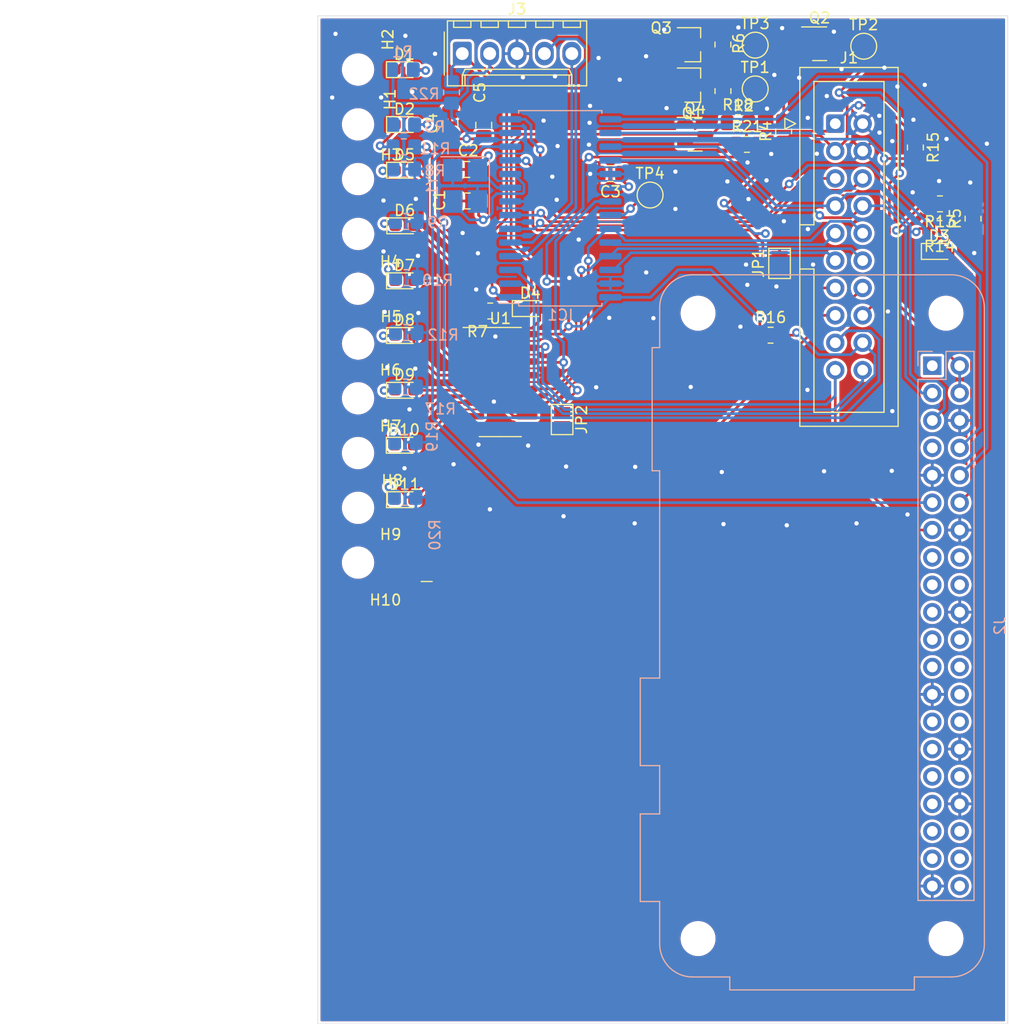
<source format=kicad_pcb>
(kicad_pcb (version 20211014) (generator pcbnew)
  (layers (0 "F.Cu" signal) (31 "B.Cu" signal) (34 "B.Paste" user) (35 "F.Paste" user) (36 "B.SilkS" user "B.Silkscreen") (37 "F.SilkS" user "F.Silkscreen") (38 "B.Mask" user) (39 "F.Mask" user) (44 "Edge.Cuts" user))
  (net 0 "")
  (net 1 "0")
  (net 2 "+3V3")
  (net 3 "Net-(D1-Pad2)")
  (net 4 "Net-(D1-Pad1)")
  (net 5 "Net-(D2-Pad2)")
  (net 6 "/Backplane/HBEAT")
  (net 7 "Net-(D3-Pad1)")
  (net 8 "Net-(D4-Pad1)")
  (net 9 "Net-(D5-Pad1)")
  (net 10 "Net-(D6-Pad1)")
  (net 11 "Net-(D7-Pad1)")
  (net 12 "Net-(D8-Pad1)")
  (net 13 "Net-(D9-Pad1)")
  (net 14 "Net-(D10-Pad1)")
  (net 15 "Net-(D11-Pad1)")
  (net 16 "/Backplane/SDA")
  (net 17 "/Backplane/SCL")
  (net 18 "/Backplane/IRQ")
  (net 19 "/Backplane/LATO")
  (net 20 "/Backplane/CKO")
  (net 21 "/Backplane/ID_RET")
  (net 22 "/Backplane/RESET")
  (net 23 "/Backplane/DA_IRET")
  (net 24 "/Backplane/LATI")
  (net 25 "/Backplane/CKI")
  (net 26 "+5V")
  (net 27 "/Backplane/OUT_DO")
  (net 28 "/Backplane/IN_DO")
  (net 29 "Net-(Q1-Pad2)")
  (net 30 "Net-(Q1-Pad1)")
  (net 31 "Net-(Q2-Pad2)")
  (net 32 "Net-(Q3-Pad2)")
  (net 33 "/Processing/ICD")
  (net 34 "/Processing/ICC")
  (net 35 "/Processing/MCL")
  (net 36 "/Processing/OSCO")
  (net 37 "/Processing/OSCI")
  (net 38 "Net-(C3-Pad1)")
  (net 39 "Net-(D2-Pad1)")
  (net 40 "Net-(D5-Pad2)")
  (net 41 "Net-(D6-Pad2)")
  (net 42 "Net-(D7-Pad2)")
  (net 43 "Net-(D8-Pad2)")
  (net 44 "Net-(D9-Pad2)")
  (net 45 "Net-(D10-Pad2)")
  (net 46 "Net-(D11-Pad2)")
  (net 47 "/Backplane/EOL")
  (net 48 "/Backplane/mRX")
  (net 49 "/Backplane/mTX")
  (net 50 "/Pi/PI_IO")
  (net 51 "/Pi/PI_TX")
  (net 52 "/Pi/PI_RX")
  (net 53 "/Processing/DO")
  (net 54 "/Processing/DI")
  (net 57 "/Pi/PI_HBEAT")
  (net 79 "Net-(Q2-Pad1)")
  (net 80 "Net-(Q4-Pad2)")
  (net 81 "Net-(Q4-Pad3)")
  (net 82 "+24V")
  (footprint "Capacitor_SMD:C_0805_2012Metric_Pad1.18x1.45mm_HandSolder" (layer "F.Cu") (at 136.87 41.67 180)
    (fp_text reference "C1")
    (fp_text value "C")
  )
  (footprint "Capacitor_SMD:C_0805_2012Metric_Pad1.18x1.45mm_HandSolder" (layer "F.Cu") (at 136.83 38.75 180)
    (fp_text reference "C2")
    (fp_text value "C")
  )
  (footprint "Capacitor_SMD:C_0805_2012Metric_Pad1.18x1.45mm_HandSolder" (layer "F.Cu") (at 135.25 34.4775 90)
    (fp_text reference "C4")
    (fp_text value "C")
  )
  (footprint "Capacitor_SMD:C_0805_2012Metric_Pad1.18x1.45mm_HandSolder" (layer "F.Cu") (at 138.39 34.6325 90)
    (fp_text reference "C5")
    (fp_text value "C")
  )
  (footprint "LED_SMD:LED_0603_1608Metric_Pad1.05x0.95mm_HandSolder" (layer "F.Cu") (at 131.0275 29.49)
    (fp_text reference "D1")
    (fp_text value "LED")
  )
  (footprint "LED_SMD:LED_0603_1608Metric_Pad1.05x0.95mm_HandSolder" (layer "F.Cu") (at 131.0375 34.58)
    (fp_text reference "D2")
    (fp_text value "LED")
  )
  (footprint "LED_SMD:LED_0603_1608Metric_Pad1.05x0.95mm_HandSolder" (layer "F.Cu") (at 142.705 51.65)
    (fp_text reference "D4")
    (fp_text value "LED")
  )
  (footprint "LED_SMD:LED_0603_1608Metric_Pad1.05x0.95mm_HandSolder" (layer "F.Cu") (at 131.0625 43.975)
    (fp_text reference "D6")
    (fp_text value "LED")
  )
  (footprint "LED_SMD:LED_0603_1608Metric_Pad1.05x0.95mm_HandSolder" (layer "F.Cu") (at 131.0375 49.075)
    (fp_text reference "D7")
    (fp_text value "LED")
  )
  (footprint "LED_SMD:LED_0603_1608Metric_Pad1.05x0.95mm_HandSolder" (layer "F.Cu") (at 131.0125 64.325)
    (fp_text reference "D10")
    (fp_text value "LED")
  )
  (footprint "LED_SMD:LED_0603_1608Metric_Pad1.05x0.95mm_HandSolder" (layer "F.Cu") (at 131.0375 69.375)
    (fp_text reference "D11")
    (fp_text value "LED")
  )
  (footprint "Connector_Molex:Molex_KK-254_AE-6410-05A_1x05_P2.54mm_Vertical" (layer "F.Cu") (at 136.398 28)
    (fp_text reference "J3")
    (fp_text value "ICSP")
  )
  (footprint "Connector_IDC:IDC-Header_2x10_P2.54mm_Vertical" (layer "F.Cu") (at 171 34.5)
    (fp_text reference "J1")
    (fp_text value "Conn_02x10_Odd_Even")
  )
  (footprint "Package_TO_SOT_SMD:SOT-23" (layer "F.Cu") (at 157.75 30.922)
    (fp_text reference "Q1")
    (fp_text value "Q_NPN_EBC")
  )
  (footprint "Package_TO_SOT_SMD:SOT-23" (layer "F.Cu") (at 157.75 27.178)
    (fp_text reference "Q3")
    (fp_text value "Q_NPN_EBC")
  )
  (footprint "Resistor_SMD:R_0805_2012Metric_Pad1.20x1.40mm_HandSolder" (layer "F.Cu") (at 160.58 31.48 -90)
    (fp_text reference "R2")
    (fp_text value "R")
  )
  (footprint "Resistor_SMD:R_0805_2012Metric_Pad1.20x1.40mm_HandSolder" (layer "F.Cu") (at 160.574533 27.164 90)
    (fp_text reference "R6")
    (fp_text value "R")
  )
  (footprint "Resistor_SMD:R_0805_2012Metric_Pad1.20x1.40mm_HandSolder" (layer "F.Cu") (at 138.9925 51.875 180)
    (fp_text reference "R7")
    (fp_text value "R")
  )
  (footprint "TestPoint:TestPoint_Pad_D2.0mm" (layer "F.Cu") (at 163.57 31.28)
    (fp_text reference "TP1")
    (fp_text value "TestPoint")
  )
  (footprint "TestPoint:TestPoint_Pad_D2.0mm" (layer "F.Cu") (at 173.64 27.32)
    (fp_text reference "TP2")
    (fp_text value "TestPoint")
  )
  (footprint "LED_SMD:LED_0603_1608Metric_Pad1.05x0.95mm_HandSolder" (layer "F.Cu") (at 131.04 38.815)
    (fp_text reference "D5")
    (fp_text value "LED")
  )
  (footprint "MountingHole:MountingHole_2.5mm" (layer "F.Cu") (at 126.73 29.48)
    (fp_text reference "H2")
    (fp_text value "MountingHole")
  )
  (footprint "MountingHole:MountingHole_2.5mm" (layer "F.Cu") (at 126.73 34.57)
    (fp_text reference "H1")
    (fp_text value "MountingHole")
  )
  (footprint "MountingHole:MountingHole_2.5mm" (layer "F.Cu") (at 126.73 39.64)
    (fp_text reference "H3")
    (fp_text value "MountingHole")
  )
  (footprint "MountingHole:MountingHole_2.5mm" (layer "F.Cu") (at 126.74 44.73)
    (fp_text reference "H4")
    (fp_text value "MountingHole")
  )
  (footprint "MountingHole:MountingHole_2.5mm" (layer "F.Cu") (at 126.74 54.89)
    (fp_text reference "H6")
    (fp_text value "MountingHole")
  )
  (footprint "MountingHole:MountingHole_2.5mm" (layer "F.Cu") (at 126.73 70.13)
    (fp_text reference "H9")
    (fp_text value "MountingHole")
  )
  (footprint "MountingHole:MountingHole_2.5mm" (layer "F.Cu") (at 126.73 75.21)
    (fp_text reference "H10")
    (fp_text value "MountingHole")
  )
  (footprint "MountingHole:MountingHole_2.5mm" (layer "F.Cu") (at 126.73 49.81)
    (fp_text reference "H5")
    (fp_text value "MountingHole")
  )
  (footprint "MountingHole:MountingHole_2.5mm" (layer "F.Cu") (at 126.73 65.05)
    (fp_text reference "H8")
    (fp_text value "MountingHole")
  )
  (footprint "MountingHole:MountingHole_2.5mm" (layer "F.Cu") (at 126.73 59.97)
    (fp_text reference "H7")
    (fp_text value "MountingHole")
  )
  (footprint "LED_SMD:LED_0603_1608Metric_Pad1.05x0.95mm_HandSolder" (layer "F.Cu") (at 131.04 59.229533)
    (fp_text reference "D9")
    (fp_text value "LED")
  )
  (footprint "LED_SMD:LED_0603_1608Metric_Pad1.05x0.95mm_HandSolder" (layer "F.Cu") (at 131.0375 54.15)
    (fp_text reference "D8")
    (fp_text value "LED")
  )
  (footprint "Resistor_SMD:R_0805_2012Metric_Pad1.20x1.40mm_HandSolder" (layer "F.Cu") (at 183.78 43.31 90)
    (fp_text reference "R5")
    (fp_text value "R")
  )
  (footprint "LED_SMD:LED_0603_1608Metric_Pad1.05x0.95mm_HandSolder" (layer "F.Cu") (at 180.645 46.35)
    (fp_text reference "D3")
    (fp_text value "LED")
  )
  (footprint "TestPoint:TestPoint_Pad_D2.0mm" (layer "F.Cu") (at 163.57 27.22)
    (fp_text reference "TP3")
    (fp_text value "TestPoint")
  )
  (footprint "Resistor_SMD:R_0805_2012Metric_Pad1.20x1.40mm_HandSolder" (layer "F.Cu") (at 162.8 36.42)
    (fp_text reference "R21")
    (fp_text value "R")
  )
  (footprint "Resistor_SMD:R_0805_2012Metric_Pad1.20x1.40mm_HandSolder" (layer "F.Cu") (at 165 54.12)
    (fp_text reference "R16")
    (fp_text value "R")
  )
  (footprint "Package_TO_SOT_SMD:SOT-23" (layer "F.Cu") (at 158.0025 35.48)
    (fp_text reference "Q4")
    (fp_text value "Q_NPN_EBC")
  )
  (footprint "TestPoint:TestPoint_Pad_D2.0mm" (layer "F.Cu") (at 153.82 41.12)
    (fp_text reference "TP4")
    (fp_text value "DI")
  )
  (footprint "Resistor_SMD:R_0805_2012Metric_Pad1.20x1.40mm_HandSolder" (layer "F.Cu") (at 180.71 41.94 180)
    (fp_text reference "R13")
    (fp_text value "R")
  )
  (footprint "Jumper:SolderJumper-2_P1.3mm_Open_Pad1.0x1.5mm" (layer "F.Cu") (at 165.83 47.46 -90)
    (fp_text reference "JP1")
    (fp_text value "PD_II")
  )
  (footprint "Capacitor_SMD:C_0805_2012Metric_Pad1.18x1.45mm_HandSolder" (layer "F.Cu") (at 150.1375 39.13 180)
    (fp_text reference "C3")
    (fp_text value "C")
  )
  (footprint "Resistor_SMD:R_0805_2012Metric_Pad1.20x1.40mm_HandSolder" (layer "F.Cu") (at 180.67 44.23 180)
    (fp_text reference "R14")
    (fp_text value "R")
  )
  (footprint "Resistor_SMD:R_0805_2012Metric_Pad1.20x1.40mm_HandSolder" (layer "F.Cu") (at 178.43 36.71 -90)
    (fp_text reference "R15")
    (fp_text value "R")
  )
  (footprint "Resistor_SMD:R_0805_2012Metric_Pad1.20x1.40mm_HandSolder" (layer "F.Cu") (at 166.21 35.21 90)
    (fp_text reference "R4")
    (fp_text value "R")
  )
  (footprint "Package_TO_SOT_SMD:SOT-23" (layer "F.Cu") (at 169.5525 27.09)
    (fp_text reference "Q2")
    (fp_text value "Q_NPN_EBC")
  )
  (footprint "Package_SO:SOIC-16_3.9x9.9mm_P1.27mm" (layer "F.Cu") (at 139.925 58.465)
    (fp_text reference "U1")
    (fp_text value "74HC595")
  )
  (footprint "Resistor_SMD:R_0805_2012Metric_Pad1.20x1.40mm_HandSolder" (layer "F.Cu") (at 161.97 34.41)
    (fp_text reference "R18")
    (fp_text value "R")
  )
  (footprint "Jumper:SolderJumper-2_P1.3mm_Open_Pad1.0x1.5mm" (layer "F.Cu") (at 145.66 61.94 -90)
    (fp_text reference "JP2")
    (fp_text value "LOCAL_BPASS")
  )
  (footprint "Resistor_SMD:R_0805_2012Metric_Pad1.20x1.40mm_HandSolder" (layer "B.Cu") (at 130.85 29.5 180)
    (fp_text reference "R1")
    (fp_text value "R")
  )
  (footprint "Resistor_SMD:R_0805_2012Metric_Pad1.20x1.40mm_HandSolder" (layer "B.Cu") (at 130.975 34.625 180)
    (fp_text reference "R3")
    (fp_text value "R")
  )
  (footprint "Resistor_SMD:R_0805_2012Metric_Pad1.20x1.40mm_HandSolder" (layer "B.Cu") (at 130.975 36.65 180)
    (fp_text reference "R11")
    (fp_text value "R")
  )
  (footprint "Resistor_SMD:R_0805_2012Metric_Pad1.20x1.40mm_HandSolder" (layer "B.Cu") (at 131.2 43.575)
    (fp_text reference "R9")
    (fp_text value "R")
  )
  (footprint "Resistor_SMD:R_0805_2012Metric_Pad1.20x1.40mm_HandSolder" (layer "B.Cu") (at 131.225 48.775)
    (fp_text reference "R10")
    (fp_text value "R")
  )
  (footprint "Resistor_SMD:R_0805_2012Metric_Pad1.20x1.40mm_HandSolder" (layer "B.Cu") (at 131.2 53.875)
    (fp_text reference "R12")
    (fp_text value "R")
  )
  (footprint "Resistor_SMD:R_0805_2012Metric_Pad1.20x1.40mm_HandSolder" (layer "B.Cu") (at 131.15 58.925)
    (fp_text reference "R17")
    (fp_text value "R")
  )
  (footprint "Resistor_SMD:R_0805_2012Metric_Pad1.20x1.40mm_HandSolder" (layer "B.Cu") (at 131.125 64.05)
    (fp_text reference "R19")
    (fp_text value "R")
  )
  (footprint "Resistor_SMD:R_0805_2012Metric_Pad1.20x1.40mm_HandSolder" (layer "B.Cu") (at 131.1 69.15)
    (fp_text reference "R20")
    (fp_text value "R")
  )
  (footprint "Resistor_SMD:R_0805_2012Metric_Pad1.20x1.40mm_HandSolder" (layer "B.Cu") (at 135.4 31.6 90)
    (fp_text reference "R22")
    (fp_text value "R")
  )
  (footprint "Resistor_SMD:R_0805_2012Metric_Pad1.20x1.40mm_HandSolder" (layer "B.Cu") (at 130.975 38.7)
    (fp_text reference "R8")
    (fp_text value "R")
  )
  (footprint "Package_SO:SOIC-28W_7.5x17.9mm_P1.27mm" (layer "B.Cu") (at 145.49 42.35)
    (fp_text reference "IC1")
    (fp_text value "PIC24FJ256GA702-I_SO")
  )
  (footprint "Crystal:Crystal_SMD_3225-4Pin_3.2x2.5mm_HandSoldering" (layer "B.Cu") (at 136.66 40.27 -90)
    (fp_text reference "Y1")
    (fp_text value "MCSJK-7U-32.00-12-30-60-B-30")
  )
  (footprint "Module:Raspberry_Pi_Zero_Socketed_THT_FaceDown_MountingHoles" (layer "B.Cu") (at 180 56.95 180)
    (fp_text reference "J2")
    (fp_text value "Raspberry_Pi_2_3")
  )
  (gr_line (start 133.604 76.962) (end 132.588 76.962) (layer "F.SilkS") (width 0.12))
  (gr_line (start 123 118) (end 123 24.5) (layer "Edge.Cuts") (width 0.05))
  (gr_line (start 123 24.5) (end 187 24.5) (layer "Edge.Cuts") (width 0.05))
  (gr_line (start 187 118) (end 123 118) (layer "Edge.Cuts") (width 0.05))
  (gr_line (start 187 24.5) (end 187 118) (layer "Edge.Cuts") (width 0.05))
  (segment (start 148.26 39.16) (end 149.07 39.16) (width 0.25) (layer "F.Cu") (net 1))
  (via (at 153.46 48.3) (size 0.8) (drill 0.4) (layers "F.Cu" "B.Cu") (net 1))
  (via (at 170.87 25.97) (size 0.8) (drill 0.4) (layers "F.Cu" "B.Cu") (net 1))
  (via (at 155.35 33.06) (size 0.8) (drill 0.4) (layers "F.Cu" "B.Cu") (net 1))
  (via (at 132.09 41.48) (size 0.8) (drill 0.4) (layers "F.Cu" "B.Cu") (net 1))
  (via (at 154.13 52.54) (size 0.8) (drill 0.4) (layers "F.Cu" "B.Cu") (net 1))
  (via (at 148.26 39.16) (size 0.8) (drill 0.4) (layers "F.Cu" "B.Cu") (net 1))
  (via (at 175.1 35.33) (size 0.8) (drill 0.4) (layers "F.Cu" "B.Cu") (net 1))
  (via (at 168.46 44.28) (size 0.8) (drill 0.4) (layers "F.Cu" "B.Cu") (net 1))
  (via (at 148.25 32.85) (size 0.8) (drill 0.4) (layers "F.Cu" "B.Cu") (net 1))
  (via (at 166.07 25.64) (size 0.8) (drill 0.4) (layers "F.Cu" "B.Cu") (net 1))
  (via (at 142.51 64.36) (size 0.8) (drill 0.4) (layers "F.Cu" "B.Cu") (net 1))
  (via (at 183.52 39.96) (size 0.8) (drill 0.4) (layers "F.Cu" "B.Cu") (net 1))
  (via (at 145.79 70.91) (size 0.8) (drill 0.4) (layers "F.Cu" "B.Cu") (net 1))
  (via (at 166.5 71.75) (size 0.8) (drill 0.4) (layers "F.Cu" "B.Cu") (net 1))
  (via (at 153.45 28.25) (size 0.8) (drill 0.4) (layers "F.Cu" "B.Cu") (net 1))
  (via (at 171.58 29.44) (size 0.8) (drill 0.4) (layers "F.Cu" "B.Cu") (net 1))
  (via (at 145 30.11) (size 0.8) (drill 0.4) (layers "F.Cu" "B.Cu") (net 1))
  (via (at 162.2 53.33) (size 0.8) (drill 0.4) (layers "F.Cu" "B.Cu") (net 1))
  (via (at 170.21 31.94) (size 0.8) (drill 0.4) (layers "F.Cu" "B.Cu") (net 1))
  (via (at 167.65 30.24) (size 0.8) (drill 0.4) (layers "F.Cu" "B.Cu") (net 1))
  (via (at 168.42 59.19) (size 0.8) (drill 0.4) (layers "F.Cu" "B.Cu") (net 1))
  (via (at 178.18 40.87) (size 0.8) (drill 0.4) (layers "F.Cu" "B.Cu") (net 1))
  (via (at 131.5 61) (size 0.8) (drill 0.4) (layers "F.Cu" "B.Cu") (net 1))
  (via (at 176.29 61.16) (size 0.8) (drill 0.4) (layers "F.Cu" "B.Cu") (net 1))
  (via (at 181.32 35.92) (size 0.8) (drill 0.4) (layers "F.Cu" "B.Cu") (net 1))
  (via (at 168.94 47.57) (size 0.8) (drill 0.4) (layers "F.Cu" "B.Cu") (net 1))
  (via (at 146.33 48.81) (size 0.8) (drill 0.4) (layers "F.Cu" "B.Cu") (net 1))
  (via (at 131.76 31.55) (size 0.8) (drill 0.4) (layers "F.Cu" "B.Cu") (net 1))
  (via (at 162.01 25.58) (size 0.8) (drill 0.4) (layers "F.Cu" "B.Cu") (net 1))
  (via (at 136.43 44.64) (size 0.8) (drill 0.4) (layers "F.Cu" "B.Cu") (net 1))
  (via (at 175.08 33.77) (size 0.8) (drill 0.4) (layers "F.Cu" "B.Cu") (net 1))
  (via (at 162.86 38.1) (size 0.8) (drill 0.4) (layers "F.Cu" "B.Cu") (net 1))
  (via (at 152.44 66.33) (size 0.8) (drill 0.4) (layers "F.Cu" "B.Cu") (net 1))
  (via (at 144.75 39.42) (size 0.8) (drill 0.4) (layers "F.Cu" "B.Cu") (net 1))
  (via (at 162.95 41.5) (size 0.8) (drill 0.4) (layers "F.Cu" "B.Cu") (net 1))
  (via (at 129.45 57.07) (size 0.8) (drill 0.4) (layers "F.Cu" "B.Cu") (net 1))
  (via (at 162.84 49.45) (size 0.8) (drill 0.4) (layers "F.Cu" "B.Cu") (net 1))
  (via (at 129.09 46.35) (size 0.8) (drill 0.4) (layers "F.Cu" "B.Cu") (net 1))
  (via (at 169.96 66.74) (size 0.8) (drill 0.4) (layers "F.Cu" "B.Cu") (net 1))
  (via (at 139.47 54.24) (size 0.8) (drill 0.4) (layers "F.Cu" "B.Cu") (net 1))
  (via (at 133.87 28.02) (size 0.8) (drill 0.4) (layers "F.Cu" "B.Cu") (net 1))
  (via (at 148.21 34.42) (size 0.8) (drill 0.4) (layers "F.Cu" "B.Cu") (net 1))
  (via (at 164.62 39.76) (size 0.8) (drill 0.4) (layers "F.Cu" "B.Cu") (net 1))
  (via (at 168.45 33.96) (size 0.8) (drill 0.4) (layers "F.Cu" "B.Cu") (net 1))
  (via (at 165.54 49.6) (size 0.8) (drill 0.4) (layers "F.Cu" "B.Cu") (net 1))
  (via (at 137.9 64.27) (size 0.8) (drill 0.4) (layers "F.Cu" "B.Cu") (net 1))
  (via (at 128.87 32.07) (size 0.8) (drill 0.4) (layers "F.Cu" "B.Cu") (net 1))
  (via (at 137.85 46.52) (size 0.8) (drill 0.4) (layers "F.Cu" "B.Cu") (net 1))
  (via (at 156.17 42.41) (size 0.8) (drill 0.4) (layers "F.Cu" "B.Cu") (net 1))
  (via (at 160.99 39.86) (size 0.8) (drill 0.4) (layers "F.Cu" "B.Cu") (net 1))
  (via (at 129.27 62.07) (size 0.8) (drill 0.4) (layers "F.Cu" "B.Cu") (net 1))
  (via (at 132.29 46.76) (size 0.8) (drill 0.4) (layers "F.Cu" "B.Cu") (net 1))
  (via (at 145.16 41.56) (size 0.8) (drill 0.4) (layers "F.Cu" "B.Cu") (net 1))
  (via (at 146.03 66.3) (size 0.8) (drill 0.4) (layers "F.Cu" "B.Cu") (net 1))
  (via (at 156.17 38.95) (size 0.8) (drill 0.4) (layers "F.Cu" "B.Cu") (net 1))
  (via (at 157.59 58.92) (size 0.8) (drill 0.4) (layers "F.Cu" "B.Cu") (net 1))
  (via (at 143.94 34.22) (size 0.8) (drill 0.4) (layers "F.Cu" "B.Cu") (net 1))
  (via (at 152.39 71.57) (size 0.8) (drill 0.4) (layers "F.Cu" "B.Cu") (net 1))
  (via (at 145.24 36.58) (size 0.8) (drill 0.4) (layers "F.Cu" "B.Cu") (net 1))
  (via (at 131.12 26.35) (size 0.8) (drill 0.4) (layers "F.Cu" "B.Cu") (net 1))
  (via (at 151 30.42) (size 0.8) (drill 0.4) (layers "F.Cu" "B.Cu") (net 1))
  (via (at 132.33 52.06) (size 0.8) (drill 0.4) (layers "F.Cu" "B.Cu") (net 1))
  (via (at 148.15 36.45) (size 0.8) (drill 0.4) (layers "F.Cu" "B.Cu") (net 1))
  (via (at 176.29 36.12) (size 0.8) (drill 0.4) (layers "F.Cu" "B.Cu") (net 1))
  (via (at 139.33 60.28) (size 0.8) (drill 0.4) (layers "F.Cu" "B.Cu") (net 1))
  (via (at 165.35 29.98) (size 0.8) (drill 0.4) (layers "F.Cu" "B.Cu") (net 1))
  (via (at 176.24 66.7) (size 0.8) (drill 0.4) (layers "F.Cu" "B.Cu") (net 1))
  (via (at 160.47 66.81) (size 0.8) (drill 0.4) (layers "F.Cu" "B.Cu") (net 1))
  (via (at 131.04 66.46) (size 0.8) (drill 0.4) (layers "F.Cu" "B.Cu") (net 1))
  (via (at 148.82 58.95) (size 0.8) (drill 0.4) (layers "F.Cu" "B.Cu") (net 1))
  (via (at 165.06 37.31) (size 0.8) (drill 0.4) (layers "F.Cu" "B.Cu") (net 1))
  (via (at 147.2 45.25) (size 0.8) (drill 0.4) (layers "F.Cu" "B.Cu") (net 1))
  (via (at 180.63 39.82) (size 0.8) (drill 0.4) (layers "F.Cu" "B.Cu") (net 1))
  (via (at 129.2 51.96) (size 0.8) (drill 0.4) (layers "F.Cu" "B.Cu") (net 1))
  (via (at 179.3 30.9) (size 0.8) (drill 0.4) (layers "F.Cu" "B.Cu") (net 1))
  (via (at 183.89 46.5) (size 0.8) (drill 0.4) (layers "F.Cu" "B.Cu") (net 1))
  (via (at 135.59 66.09) (size 0.8) (drill 0.4) (layers "F.Cu" "B.Cu") (net 1))
  (via (at 175.88 51.92) (size 0.8) (drill 0.4) (layers "F.Cu" "B.Cu") (net 1))
  (via (at 185.06 36.36) (size 0.8) (drill 0.4) (layers "F.Cu" "B.Cu") (net 1))
  (via (at 166.23 43.55) (size 0.8) (drill 0.4) (layers "F.Cu" "B.Cu") (net 1))
  (via (at 150.03 52.51) (size 0.8) (drill 0.4) (layers "F.Cu" "B.Cu") (net 1))
  (via (at 176.76 31.06) (size 0.8) (drill 0.4) (layers "F.Cu" "B.Cu") (net 1))
  (via (at 177.7 70.75) (size 0.8) (drill 0.4) (layers "F.Cu" "B.Cu") (net 1))
  (via (at 169.29 37.29) (size 0.8) (drill 0.4) (layers "F.Cu" "B.Cu") (net 1))
  (via (at 142.02 30.2) (size 0.8) (drill 0.4) (layers "F.Cu" "B.Cu") (net 1))
  (via (at 175.56 29.31) (size 0.8) (drill 0.4) (layers "F.Cu" "B.Cu") (net 1))
  (via (at 162.72 47.57) (size 0.8) (drill 0.4) (layers "F.Cu" "B.Cu") (net 1))
  (via (at 124.64 26.17) (size 0.8) (drill 0.4) (layers "F.Cu" "B.Cu") (net 1))
  (via (at 132.04 57.22) (size 0.8) (drill 0.4) (layers "F.Cu" "B.Cu") (net 1))
  (via (at 129.09 41.63) (size 0.8) (drill 0.4) (layers "F.Cu" "B.Cu") (net 1))
  (via (at 137.69 49.88) (size 0.8) (drill 0.4) (layers "F.Cu" "B.Cu") (net 1))
  (via (at 160.63 71.64) (size 0.8) (drill 0.4) (layers "F.Cu" "B.Cu") (net 1))
  (via (at 124.33 32.08) (size 0.8) (drill 0.4) (layers "F.Cu" "B.Cu") (net 1))
  (via (at 164.67 33.11) (size 0.8) (drill 0.4) (layers "F.Cu" "B.Cu") (net 1))
  (via (at 155.13 25.78) (size 0.8) (drill 0.4) (layers "F.Cu" "B.Cu") (net 1))
  (via (at 178.25 34.14) (size 0.8) (drill 0.4) (layers "F.Cu" "B.Cu") (net 1))
  (via (at 149.04 28.41) (size 0.8) (drill 0.4) (layers "F.Cu" "B.Cu") (net 1))
  (via (at 172.97 71.57) (size 0.8) (drill 0.4) (layers "F.Cu" "B.Cu") (net 1))
  (via (at 138.96 70.27) (size 0.8) (drill 0.4) (layers "F.Cu" "B.Cu") (net 1))
  (segment (start 148.275 39.175) (end 148.26 39.16) (width 0.25) (layer "B.Cu") (net 1))
  (segment (start 150.14 39.175) (end 148.275 39.175) (width 0.25) (layer "B.Cu") (net 1))
  (segment (start 145.53 54.02) (end 146.26 53.29) (width 0.25) (layer "F.Cu") (net 2))
  (segment (start 181.71 41.94) (end 181.71 37.66) (width 0.25) (layer "F.Cu") (net 2))
  (segment (start 163.57 33.48) (end 163.57 31.28) (width 0.25) (layer "F.Cu") (net 2))
  (segment (start 162.76 36.969256) (end 162.129256 37.6) (width 0.25) (layer "F.Cu") (net 2))
  (segment (start 178.43 35.71) (end 175.52 32.8) (width 0.25) (layer "F.Cu") (net 2))
  (segment (start 181.67 44.23) (end 181.67 41.98) (width 0.25) (layer "F.Cu") (net 2))
  (segment (start 159.486489 31.573511) (end 157.804533 31.573511) (width 0.25) (layer "F.Cu") (net 2))
  (segment (start 162.97 34.08) (end 163.57 33.48) (width 0.25) (layer "F.Cu") (net 2))
  (segment (start 164 52.58) (end 163.98 52.56) (width 0.25) (layer "F.Cu") (net 2))
  (segment (start 170.3 35.2) (end 171 34.5) (width 0.25) (layer "F.Cu") (net 2))
  (segment (start 175.52 32.8) (end 173.17 32.8) (width 0.25) (layer "F.Cu") (net 2))
  (segment (start 160.574533 30.004) (end 162.294 30.004) (width 0.25) (layer "F.Cu") (net 2))
  (segment (start 160.58 30.48) (end 159.486489 31.573511) (width 0.25) (layer "F.Cu") (net 2))
  (segment (start 162.76 34.62) (end 162.76 36.969256) (width 0.25) (layer "F.Cu") (net 2))
  (segment (start 162.129256 37.6) (end 148.15 37.6) (width 0.25) (layer "F.Cu") (net 2))
  (segment (start 138.938 29.148) (end 138.938 28) (width 0.25) (layer "F.Cu") (net 2))
  (segment (start 141.01 31.22) (end 138.938 29.148) (width 0.25) (layer "F.Cu") (net 2))
  (segment (start 144.24 49.13) (end 145.46 49.13) (width 0.25) (layer "F.Cu") (net 2))
  (segment (start 163.76 35.2) (end 170.3 35.2) (width 0.25) (layer "F.Cu") (net 2))
  (segment (start 142.4 54.02) (end 145.53 54.02) (width 0.25) (layer "F.Cu") (net 2))
  (segment (start 179.76 35.71) (end 178.43 35.71) (width 0.25) (layer "F.Cu") (net 2))
  (segment (start 136.8 35.91) (end 135.645 35.91) (width 0.25) (layer "F.Cu") (net 2))
  (segment (start 162.97 34.41) (end 163.76 35.2) (width 0.25) (layer "F.Cu") (net 2))
  (segment (start 157.804533 31.573511) (end 157.451022 31.22) (width 0.25) (layer "F.Cu") (net 2))
  (segment (start 145.46 49.13) (end 146.26 49.93) (width 0.25) (layer "F.Cu") (net 2))
  (segment (start 157.451022 31.22) (end 141.01 31.22) (width 0.25) (layer "F.Cu") (net 2))
  (segment (start 146.26 49.93) (end 146.26 53.29) (width 0.25) (layer "F.Cu") (net 2))
  (segment (start 164 54.12) (end 164 52.58) (width 0.25) (layer "F.Cu") (net 2))
  (segment (start 181.71 37.66) (end 179.76 35.71) (width 0.25) (layer "F.Cu") (net 2))
  (segment (start 136.8 35.91) (end 138.15 35.91) (width 0.25) (layer "F.Cu") (net 2))
  (segment (start 162.294 30.004) (end 163.57 31.28) (width 0.25) (layer "F.Cu") (net 2))
  (via (at 136.8 35.91) (size 0.8) (drill 0.4) (layers "F.Cu" "B.Cu") (net 2))
  (via (at 148.15 37.6) (size 0.8) (drill 0.4) (layers "F.Cu" "B.Cu") (net 2))
  (via (at 144.24 49.13) (size 0.8) (drill 0.4) (layers "F.Cu" "B.Cu") (net 2))
  (via (at 163.98 52.56) (size 0.8) (drill 0.4) (layers "F.Cu" "B.Cu") (net 2))
  (via (at 173.17 32.8) (size 0.8) (drill 0.4) (layers "F.Cu" "B.Cu") (net 2))
  (via (at 146.26 53.29) (size 0.8) (drill 0.4) (layers "F.Cu" "B.Cu") (net 2))
  (segment (start 147.608489 42.319031) (end 144.24 45.68752) (width 0.25) (layer "B.Cu") (net 2))
  (segment (start 153.86 50.605) (end 150.14 50.605) (width 0.25) (layer "B.Cu") (net 2))
  (segment (start 147.608489 38.141511) (end 147.608489 42.319031) (width 0.25) (layer "B.Cu") (net 2))
  (segment (start 129.98 32.6) (end 129.975 32.605) (width 0.25) (layer "B.Cu") (net 2))
  (segment (start 138.938 29.312) (end 138.938 28) (width 0.25) (layer "B.Cu") (net 2))
  (segment (start 159.47 48.05) (end 156.415 48.05) (width 0.25) (layer "B.Cu") (net 2))
  (segment (start 135.4 32.6) (end 129.98 32.6) (width 0.25) (layer "B.Cu") (net 2))
  (segment (start 173.17 32.8) (end 172.7 32.8) (width 0.25) (layer "B.Cu") (net 2))
  (segment (start 135.8 32.6) (end 136.9 31.5) (width 0.25) (layer "B.Cu") (net 2))
  (segment (start 163.98 52.56) (end 159.47 48.05) (width 0.25) (layer "B.Cu") (net 2))
  (segment (start 136.9 30.35) (end 137.45 29.8) (width 0.25) (layer "B.Cu") (net 2))
  (segment (start 144.24 45.68752) (end 144.24 49.13) (width 0.25) (layer "B.Cu") (net 2))
  (segment (start 135.4 33.87) (end 136.895 35.365) (width 0.25) (layer "B.Cu") (net 2))
  (segment (start 146.26 53.29) (end 147.455 53.29) (width 0.25) (layer "B.Cu") (net 2))
  (segment (start 172.7 32.8) (end 171 34.5) (width 0.25) (layer "B.Cu") (net 2))
  (segment (start 136.8 35.91) (end 136.8 35.46) (width 0.25) (layer "B.Cu") (net 2))
  (segment (start 148.15 37.6) (end 147.608489 38.141511) (width 0.25) (layer "B.Cu") (net 2))
  (segment (start 136.8 35.46) (end 136.895 35.365) (width 0.25) (layer "B.Cu") (net 2))
  (segment (start 137.45 29.8) (end 138.45 29.8) (width 0.25) (layer "B.Cu") (net 2))
  (segment (start 138.45 29.8) (end 138.938 29.312) (width 0.25) (layer "B.Cu") (net 2))
  (segment (start 156.415 48.05) (end 153.86 50.605) (width 0.25) (layer "B.Cu") (net 2))
  (segment (start 136.9 31.5) (end 136.9 30.35) (width 0.25) (layer "B.Cu") (net 2))
  (segment (start 129.975 29.625) (end 129.975 32.605) (width 0.25) (layer "B.Cu") (net 2))
  (segment (start 140.84 35.365) (end 136.895 35.365) (width 0.25) (layer "B.Cu") (net 2))
  (segment (start 135.4 32.6) (end 135.4 33.87) (width 0.25) (layer "B.Cu") (net 2))
  (segment (start 147.455 53.29) (end 150.14 50.605) (width 0.25) (layer "B.Cu") (net 2))
  (segment (start 129.975 32.605) (end 129.975 34.625) (width 0.25) (layer "B.Cu") (net 2))
  (segment (start 132.915 29.49) (end 133 29.575) (width 0.25) (layer "F.Cu") (net 3))
  (segment (start 131.84 29.49) (end 132.915 29.49) (width 0.25) (layer "F.Cu") (net 3))
  (via (at 133 29.575) (size 0.8) (drill 0.4) (layers "F.Cu" "B.Cu") (net 3))
  (segment (start 133 29.575) (end 131.925 29.575) (width 0.25) (layer "B.Cu") (net 3))
  (segment (start 152.922962 25.95) (end 133.755 25.95) (width 0.25) (layer "F.Cu") (net 4))
  (segment (start 155.62 30.77) (end 155.502001 30.652001) (width 0.25) (layer "F.Cu") (net 4))
  (segment (start 155.502001 28.529039) (end 152.922962 25.95) (width 0.25) (layer "F.Cu") (net 4))
  (segment (start 158.598 30.77) (end 155.62 30.77) (width 0.25) (layer "F.Cu") (net 4))
  (segment (start 133.755 25.95) (end 130.215 29.49) (width 0.25) (layer "F.Cu") (net 4))
  (segment (start 155.502001 30.652001) (end 155.502001 28.529039) (width 0.25) (layer "F.Cu") (net 4))
  (segment (start 133.12 34.58) (end 133.125 34.575) (width 0.25) (layer "F.Cu") (net 5))
  (segment (start 131.85 34.58) (end 133.12 34.58) (width 0.25) (layer "F.Cu") (net 5))
  (via (at 133.125 34.575) (size 0.8) (drill 0.4) (layers "F.Cu" "B.Cu") (net 5))
  (segment (start 133.125 34.575) (end 132.025 34.575) (width 0.25) (layer "B.Cu") (net 5))
  (segment (start 143.58 52.74) (end 142.85152 53.46848) (width 0.25) (layer "F.Cu") (net 6))
  (segment (start 140.9 54.89) (end 141.3 55.29) (width 0.25) (layer "F.Cu") (net 6))
  (segment (start 140.9 53.977165) (end 140.9 54.89) (width 0.25) (layer "F.Cu") (net 6))
  (segment (start 143.58 51.65) (end 143.58 52.74) (width 0.25) (layer "F.Cu") (net 6))
  (segment (start 177.63 72.19) (end 180 72.19) (width 0.25) (layer "F.Cu") (net 6))
  (segment (start 144.0865 55.18) (end 142.51 55.18) (width 0.25) (layer "F.Cu") (net 6))
  (segment (start 141.408685 53.46848) (end 140.9 53.977165) (width 0.25) (layer "F.Cu") (net 6))
  (segment (start 141.3 55.29) (end 142.4 55.29) (width 0.25) (layer "F.Cu") (net 6))
  (segment (start 171 65.56) (end 177.63 72.19) (width 0.25) (layer "F.Cu") (net 6))
  (segment (start 142.85152 53.46848) (end 141.408685 53.46848) (width 0.25) (layer "F.Cu") (net 6))
  (segment (start 171 57.36) (end 171 65.56) (width 0.25) (layer "F.Cu") (net 6))
  (via (at 144.0865 55.18) (size 0.8) (drill 0.4) (layers "F.Cu" "B.Cu") (net 6))
  (segment (start 171 59.73) (end 170.19 60.54) (width 0.25) (layer "B.Cu") (net 6))
  (segment (start 143.85 58.458897) (end 143.85 55.4165) (width 0.25) (layer "B.Cu") (net 6))
  (segment (start 171 57.36) (end 171 59.73) (width 0.25) (layer "B.Cu") (net 6))
  (segment (start 170.19 60.54) (end 145.931103 60.54) (width 0.25) (layer "B.Cu") (net 6))
  (segment (start 145.931103 60.54) (end 143.85 58.458897) (width 0.25) (layer "B.Cu") (net 6))
  (segment (start 143.85 55.4165) (end 144.0865 55.18) (width 0.25) (layer "B.Cu") (net 6))
  (segment (start 179.77 46.35) (end 180.303422 46.35) (width 0.25) (layer "F.Cu") (net 7))
  (segment (start 180.303422 46.35) (end 181.403422 45.25) (width 0.25) (layer "F.Cu") (net 7))
  (segment (start 183.56 45.25) (end 183.78 45.03) (width 0.25) (layer "F.Cu") (net 7))
  (segment (start 183.78 45.03) (end 183.78 44.31) (width 0.25) (layer "F.Cu") (net 7))
  (segment (start 181.403422 45.25) (end 183.56 45.25) (width 0.25) (layer "F.Cu") (net 7))
  (segment (start 139.9925 51.875) (end 141.6675 51.875) (width 0.25) (layer "F.Cu") (net 8))
  (segment (start 130.2275 38.815) (end 129.085 38.815) (width 0.25) (layer "F.Cu") (net 9))
  (segment (start 129.085 38.815) (end 129.025 38.875) (width 0.25) (layer "F.Cu") (net 9))
  (via (at 129.025 38.875) (size 0.8) (drill 0.4) (layers "F.Cu" "B.Cu") (net 9))
  (segment (start 129.025 38.875) (end 129.8 38.875) (width 0.25) (layer "B.Cu") (net 9))
  (segment (start 129.175 43.775) (end 130.05 43.775) (width 0.25) (layer "F.Cu") (net 10))
  (via (at 129.175 43.775) (size 0.8) (drill 0.4) (layers "F.Cu" "B.Cu") (net 10))
  (segment (start 130.2 43.575) (end 129.375 43.575) (width 0.25) (layer "B.Cu") (net 10))
  (segment (start 129.375 43.575) (end 129.175 43.775) (width 0.25) (layer "B.Cu") (net 10))
  (segment (start 130.225 49.075) (end 130.225 48.691) (width 0.25) (layer "F.Cu") (net 11))
  (segment (start 130.225 48.691) (end 129.54 48.006) (width 0.25) (layer "F.Cu") (net 11))
  (via (at 129.54 48.006) (size 0.8) (drill 0.4) (layers "F.Cu" "B.Cu") (net 11))
  (segment (start 129.54 48.09) (end 130.225 48.775) (width 0.25) (layer "B.Cu") (net 11))
  (segment (start 129.54 48.006) (end 129.54 48.09) (width 0.25) (layer "B.Cu") (net 11))
  (segment (start 130.225 54.15) (end 129.1 54.15) (width 0.25) (layer "F.Cu") (net 12))
  (segment (start 129.1 54.15) (end 129.075 54.175) (width 0.25) (layer "F.Cu") (net 12))
  (via (at 129.075 54.175) (size 0.8) (drill 0.4) (layers "F.Cu" "B.Cu") (net 12))
  (segment (start 129.075 54.175) (end 129.9 54.175) (width 0.25) (layer "B.Cu") (net 12))
  (segment (start 130.2275 59.229533) (end 129.170467 59.229533) (width 0.25) (layer "F.Cu") (net 13))
  (segment (start 129.170467 59.229533) (end 129.15 59.25) (width 0.25) (layer "F.Cu") (net 13))
  (via (at 129.15 59.25) (size 0.8) (drill 0.4) (layers "F.Cu" "B.Cu") (net 13))
  (segment (start 129.15 59.25) (end 129.825 59.25) (width 0.25) (layer "B.Cu") (net 13))
  (segment (start 130.2 64.325) (end 130.2 63.4) (width 0.25) (layer "F.Cu") (net 14))
  (segment (start 130.2 63.4) (end 130.05 63.25) (width 0.25) (layer "F.Cu") (net 14))
  (via (at 130.05 63.25) (size 0.8) (drill 0.4) (layers "F.Cu" "B.Cu") (net 14))
  (segment (start 130.125 63.325) (end 130.05 63.25) (width 0.25) (layer "B.Cu") (net 14))
  (segment (start 130.125 64.05) (end 130.125 63.325) (width 0.25) (layer "B.Cu") (net 14))
  (segment (start 130.225 69.375) (end 130.225 68.825) (width 0.25) (layer "F.Cu") (net 15))
  (segment (start 130.225 68.825) (end 129.6 68.2) (width 0.25) (layer "F.Cu") (net 15))
  (via (at 129.6 68.2) (size 0.8) (drill 0.4) (layers "F.Cu" "B.Cu") (net 15))
  (segment (start 130.1 68.7) (end 129.6 68.2) (width 0.25) (layer "B.Cu") (net 15))
  (segment (start 179.71 41.94) (end 179.13 41.94) (width 0.25) (layer "F.Cu") (net 16))
  (segment (start 169.771511 43.221511) (end 172.438489 43.221511) (width 0.25) (layer "F.Cu") (net 16))
  (segment (start 179.13 41.94) (end 176.67 44.4) (width 0.25) (layer "F.Cu") (net 16))
  (segment (start 169.56 43.01) (end 169.771511 43.221511) (width 0.25) (layer "F.Cu") (net 16))
  (segment (start 172.438489 43.221511) (end 173.54 42.12) (width 0.25) (layer "F.Cu") (net 16))
  (via (at 169.56 43.01) (size 0.8) (drill 0.4) (layers "F.Cu" "B.Cu") (net 16))
  (via (at 176.67 44.4) (size 0.8) (drill 0.4) (layers "F.Cu" "B.Cu") (net 16))
  (segment (start 176.74 44.47) (end 177.53 44.47) (width 0.25) (layer "B.Cu") (net 16))
  (segment (start 176.67 44.4) (end 176.74 44.47) (width 0.25) (layer "B.Cu") (net 16))
  (segment (start 180 59.49) (end 179.06 59.49) (width 0.25) (layer "B.Cu") (net 16))
  (segment (start 175.59 42.12) (end 177.53 44.06) (width 0.25) (layer "B.Cu") (net 16))
  (segment (start 179.06 59.49) (end 177.53 57.96) (width 0.25) (layer "B.Cu") (net 16))
  (segment (start 177.53 44.47) (end 177.53 44.06) (width 0.25) (layer "B.Cu") (net 16))
  (segment (start 160.685 37.905) (end 165.29 42.51) (width 0.25) (layer "B.Cu") (net 16))
  (segment (start 165.29 42.51) (end 169.06 42.51) (width 0.25) (layer "B.Cu") (net 16))
  (segment (start 150.14 37.905) (end 160.685 37.905) (width 0.25) (layer "B.Cu") (net 16))
  (segment (start 169.06 42.51) (end 169.56 43.01) (width 0.25) (layer "B.Cu") (net 16))
  (segment (start 173.54 42.12) (end 175.59 42.12) (width 0.25) (layer "B.Cu") (net 16))
  (segment (start 177.53 57.96) (end 177.53 44.47) (width 0.25) (layer "B.Cu") (net 16))
  (segment (start 178.82 44.23) (end 178.51 44.54) (width 0.25) (layer "F.Cu") (net 17))
  (segment (start 179.67 44.23) (end 178.82 44.23) (width 0.25) (layer "F.Cu") (net 17))
  (via (at 178.51 44.54) (size 0.8) (drill 0.4) (layers "F.Cu" "B.Cu") (net 17))
  (segment (start 178.06 44.54) (end 177.95 44.43) (width 0.25) (layer "B.Cu") (net 17))
  (segment (start 175.020969 41.018489) (end 177.95 43.94752) (width 0.25) (layer "B.Cu") (net 17))
  (segment (start 177.95 57.71) (end 178.628489 58.388489) (width 0.25) (layer "B.Cu") (net 17))
  (segment (start 178.51 44.54) (end 178.06 44.54) (width 0.25) (layer "B.Cu") (net 17))
  (segment (start 165.55 42.12) (end 160.065 36.635) (width 0.25) (layer "B.Cu") (net 17))
  (segment (start 181.11 59.042227) (end 181.11 60.92) (width 0.25) (layer "B.Cu") (net 17))
  (segment (start 160.065 36.635) (end 150.14 36.635) (width 0.25) (layer "B.Cu") (net 17))
  (segment (start 181.11 60.92) (end 180 62.03) (width 0.25) (layer "B.Cu") (net 17))
  (segment (start 178.628489 58.388489) (end 180.456262 58.388489) (width 0.25) (layer "B.Cu") (net 17))
  (segment (start 172.101511 41.018489) (end 175.020969 41.018489) (width 0.25) (layer "B.Cu") (net 17))
  (segment (start 171 42.12) (end 165.55 42.12) (width 0.25) (layer "B.Cu") (net 17))
  (segment (start 171 42.12) (end 172.101511 41.018489) (width 0.25) (layer "B.Cu") (net 17))
  (segment (start 180.456262 58.388489) (end 181.11 59.042227) (width 0.25) (layer "B.Cu") (net 17))
  (segment (start 177.95 43.94752) (end 177.95 44.43) (width 0.25) (layer "B.Cu") (net 17))
  (segment (start 177.95 44.43) (end 177.95 57.71) (width 0.25) (layer "B.Cu") (net 17))
  (segment (start 175.54 37.74) (end 178.4 37.74) (width 0.25) (layer "F.Cu") (net 18))
  (segment (start 175.54 50.28) (end 173.54 52.28) (width 0.25) (layer "F.Cu") (net 18))
  (segment (start 175.54 37.74) (end 175.54 50.28) (width 0.25) (layer "F.Cu") (net 18))
  (via (at 175.54 37.74) (size 0.8) (drill 0.4) (layers "F.Cu" "B.Cu") (net 18))
  (segment (start 173.996262 35.938489) (end 175.54 37.482227) (width 0.25) (layer "B.Cu") (net 18))
  (segment (start 169.249346 35.938489) (end 173.996262 35.938489) (width 0.25) (layer "B.Cu") (net 18))
  (segment (start 168.675857 35.365) (end 169.249346 35.938489) (width 0.25) (layer "B.Cu") (net 18))
  (segment (start 175.54 37.482227) (end 175.54 37.74) (width 0.25) (layer "B.Cu") (net 18))
  (segment (start 150.14 35.365) (end 168.675857 35.365) (width 0.25) (layer "B.Cu") (net 18))
  (segment (start 142.4 59.1) (end 145.00752 59.1) (width 0.25) (layer "F.Cu") (net 19))
  (segment (start 145.00752 59.1) (end 147.4385 56.66902) (width 0.25) (layer "F.Cu") (net 19))
  (segment (start 147.4385 56.66902) (end 147.4385 48.08) (width 0.25) (layer "F.Cu") (net 19))
  (via (at 147.4385 48.08) (size 0.8) (drill 0.4) (layers "F.Cu" "B.Cu") (net 19))
  (segment (start 148.151377 48.08) (end 149.436377 46.795) (width 0.25) (layer "B.Cu") (net 19))
  (segment (start 150.14 46.795) (end 150.836511 46.098489) (width 0.25) (layer "B.Cu") (net 19))
  (segment (start 147.4385 48.08) (end 148.151377 48.08) (width 0.25) (layer "B.Cu") (net 19))
  (segment (start 150.836511 46.098489) (end 172.438489 46.098489) (width 0.25) (layer "B.Cu") (net 19))
  (segment (start 172.438489 46.098489) (end 173.54 47.2) (width 0.25) (layer "B.Cu") (net 19))
  (segment (start 144.27 60.37) (end 148.09 56.55) (width 0.25) (layer "F.Cu") (net 20))
  (segment (start 148.09 56.55) (end 148.09 47.22) (width 0.25) (layer "F.Cu") (net 20))
  (segment (start 142.4 60.37) (end 144.27 60.37) (width 0.25) (layer "F.Cu") (net 20))
  (via (at 148.09 47.22) (size 0.8) (drill 0.4) (layers "F.Cu" "B.Cu") (net 20))
  (segment (start 149.817165 44.255) (end 148.09 45.982165) (width 0.25) (layer "B.Cu") (net 20))
  (segment (start 168.734551 45.345449) (end 151.553284 45.345449) (width 0.25) (layer "B.Cu") (net 20))
  (segment (start 170.521511 43.558489) (end 168.734551 45.345449) (width 0.25) (layer "B.Cu") (net 20))
  (segment (start 151.553284 45.345449) (end 150.462835 44.255) (width 0.25) (layer "B.Cu") (net 20))
  (segment (start 172.438489 43.558489) (end 170.521511 43.558489) (width 0.25) (layer "B.Cu") (net 20))
  (segment (start 173.54 44.66) (end 172.438489 43.558489) (width 0.25) (layer "B.Cu") (net 20))
  (segment (start 148.09 45.982165) (end 148.09 47.22) (width 0.25) (layer "B.Cu") (net 20))
  (segment (start 133.6 42.97) (end 133.6 37.18) (width 0.25) (layer "F.Cu") (net 21))
  (segment (start 134.71 43.67) (end 134.3 43.67) (width 0.25) (layer "F.Cu") (net 21))
  (segment (start 133.6 37.18) (end 133.07 36.65) (width 0.25) (layer "F.Cu") (net 21))
  (segment (start 134.3 43.67) (end 133.6 42.97) (width 0.25) (layer "F.Cu") (net 21))
  (via (at 134.71 43.67) (size 0.8) (drill 0.4) (layers "F.Cu" "B.Cu") (net 21))
  (via (at 133.07 36.65) (size 0.8) (drill 0.4) (layers "F.Cu" "B.Cu") (net 21))
  (segment (start 172.101511 53.718489) (end 174.218489 53.718489) (width 0.25) (layer "B.Cu") (net 21))
  (segment (start 171.62 61.78) (end 137.97 61.78) (width 0.25) (layer "B.Cu") (net 21))
  (segment (start 174.218489 53.718489) (end 175.04652 54.54652) (width 0.25) (layer "B.Cu") (net 21))
  (segment (start 175.04652 58.35348) (end 171.62 61.78) (width 0.25) (layer "B.Cu") (net 21))
  (segment (start 175.04652 54.54652) (end 175.04652 58.35348) (width 0.25) (layer "B.Cu") (net 21))
  (segment (start 134.71 58.52) (end 134.71 43.67) (width 0.25) (layer "B.Cu") (net 21))
  (segment (start 134.71 58.52) (end 137.97 61.78) (width 0.25) (layer "B.Cu") (net 21))
  (segment (start 171 54.82) (end 172.101511 53.718489) (width 0.25) (layer "B.Cu") (net 21))
  (segment (start 133.07 36.65) (end 131.975 36.65) (width 0.25) (layer "B.Cu") (net 21))
  (segment (start 164.285 45.565) (end 163.655 44.935) (width 0.25) (layer "F.Cu") (net 22))
  (segment (start 142.95 38.59) (end 142.95 43.967279) (width 0.25) (layer "F.Cu") (net 22))
  (segment (start 163.8 39.12) (end 163.8 36.42) (width 0.25) (layer "F.Cu") (net 22))
  (segment (start 142.31 37.95) (end 142.95 38.59) (width 0.25) (layer "F.Cu") (net 22))
  (segment (start 163.896051 44.693949) (end 163.655 44.935) (width 0.25) (layer "F.Cu") (net 22))
  (segment (start 161.05 41.87) (end 163.8 39.12) (width 0.25) (layer "F.Cu") (net 22))
  (segment (start 171 52.28) (end 165.34 52.28) (width 0.25) (layer "F.Cu") (net 22))
  (segment (start 163.087402 44.367402) (end 163.655 44.935) (width 0.25) (layer "F.Cu") (net 22))
  (segment (start 160.68 41.87) (end 161.05 41.87) (width 0.25) (layer "F.Cu") (net 22))
  (segment (start 164.52 44.693949) (end 163.896051 44.693949) (width 0.25) (layer "F.Cu") (net 22))
  (segment (start 143.350123 44.367402) (end 163.087402 44.367402) (width 0.25) (layer "F.Cu") (net 22))
  (segment (start 164.285 51.225) (end 164.285 45.565) (width 0.25) (layer "F.Cu") (net 22))
  (segment (start 142.95 43.967279) (end 143.350123 44.367402) (width 0.25) (layer "F.Cu") (net 22))
  (segment (start 165.34 52.28) (end 164.285 51.225) (width 0.25) (layer "F.Cu") (net 22))
  (via (at 164.52 44.693949) (size 0.8) (drill 0.4) (layers "F.Cu" "B.Cu") (net 22))
  (via (at 142.31 37.95) (size 0.8) (drill 0.4) (layers "F.Cu" "B.Cu") (net 22))
  (via (at 160.68 41.87) (size 0.8) (drill 0.4) (layers "F.Cu" "B.Cu") (net 22))
  (segment (start 160.68 41.87) (end 163.503949 44.693949) (width 0.25) (layer "B.Cu") (net 22))
  (segment (start 142.31 37.95) (end 140.885 37.95) (width 0.25) (layer "B.Cu") (net 22))
  (segment (start 163.503949 44.693949) (end 164.52 44.693949) (width 0.25) (layer "B.Cu") (net 22))
  (segment (start 167.16 54.12) (end 167.4 53.88) (width 0.25) (layer "F.Cu") (net 23))
  (segment (start 166 54.12) (end 167.16 54.12) (width 0.25) (layer "F.Cu") (net 23))
  (via (at 167.4 53.88) (size 0.8) (drill 0.4) (layers "F.Cu" "B.Cu") (net 23))
  (segment (start 169.441511 55.921511) (end 172.438489 55.921511) (width 0.25) (layer "B.Cu") (net 23))
  (segment (start 143.05848 50.55848) (end 143.05848 58.732336) (width 0.25) (layer "B.Cu") (net 23))
  (segment (start 143.05848 58.732336) (end 145.726144 61.4) (width 0.25) (layer "B.Cu") (net 23))
  (segment (start 140.84 49.335) (end 141.835 49.335) (width 0.25) (layer "B.Cu") (net 23))
  (segment (start 174.67 57.787773) (end 174.67 55.95) (width 0.25) (layer "B.Cu") (net 23))
  (segment (start 172.438489 55.921511) (end 173.54 54.82) (width 0.25) (layer "B.Cu") (net 23))
  (segment (start 145.726144 61.4) (end 171.057773 61.4) (width 0.25) (layer "B.Cu") (net 23))
  (segment (start 141.835 49.335) (end 143.05848 50.55848) (width 0.25) (layer "B.Cu") (net 23))
  (segment (start 171.057773 61.4) (end 174.67 57.787773) (width 0.25) (layer "B.Cu") (net 23))
  (segment (start 174.67 55.95) (end 173.54 54.82) (width 0.25) (layer "B.Cu") (net 23))
  (segment (start 167.4 53.88) (end 169.441511 55.921511) (width 0.25) (layer "B.Cu") (net 23))
  (segment (start 152.052826 46.475009) (end 150.462835 48.065) (width 0.25) (layer "B.Cu") (net 24))
  (segment (start 171 47.2) (end 170.275009 46.475009) (width 0.25) (layer "B.Cu") (net 24))
  (segment (start 170.275009 46.475009) (end 152.052826 46.475009) (width 0.25) (layer "B.Cu") (net 24))
  (segment (start 150.336969 45.721969) (end 169.938031 45.721969) (width 0.25) (layer "B.Cu") (net 25))
  (segment (start 150.14 45.525) (end 150.336969 45.721969) (width 0.25) (layer "B.Cu") (net 25))
  (segment (start 169.938031 45.721969) (end 171 44.66) (width 0.25) (layer "B.Cu") (net 25))
  (segment (start 171 37.04) (end 172.10201 35.93799) (width 0.25) (layer "F.Cu") (net 26))
  (segment (start 172.10201 35.93799) (end 172.10201 32.37401) (width 0.25) (layer "F.Cu") (net 26))
  (segment (start 173.64 29.33) (end 173.64 27.32) (width 0.25) (layer "F.Cu") (net 26))
  (segment (start 166.21 36.21) (end 166.81 35.61) (width 0.25) (layer "F.Cu") (net 26))
  (segment (start 176.018489 50.428489) (end 176.018489 40.041511) (width 0.25) (layer "F.Cu") (net 26))
  (segment (start 182.54 56.95) (end 176.018489 50.428489) (width 0.25) (layer "F.Cu") (net 26))
  (segment (start 169.64 35.61) (end 171 36.97) (width 0.25) (layer "F.Cu") (net 26))
  (segment (start 172.10201 32.37401) (end 171.349 31.621) (width 0.25) (layer "F.Cu") (net 26))
  (segment (start 166.81 35.61) (end 169.64 35.61) (width 0.25) (layer "F.Cu") (net 26))
  (segment (start 171.349 31.621) (end 173.64 29.33) (width 0.25) (layer "F.Cu") (net 26))
  (segment (start 176.018489 40.041511) (end 176.98 39.08) (width 0.25) (layer "F.Cu") (net 26))
  (via (at 171.349 31.621) (size 0.8) (drill 0.4) (layers "F.Cu" "B.Cu") (net 26))
  (via (at 176.98 39.08) (size 0.8) (drill 0.4) (layers "F.Cu" "B.Cu") (net 26))
  (segment (start 176.98 33.41) (end 175.191 31.621) (width 0.25) (layer "B.Cu") (net 26))
  (segment (start 176.98 39.08) (end 176.98 33.41) (width 0.25) (layer "B.Cu") (net 26))
  (segment (start 175.191 31.621) (end 171.349 31.621) (width 0.25) (layer "B.Cu") (net 26))
  (segment (start 182.54 59.49) (end 182.54 56.95) (width 0.25) (layer "B.Cu") (net 26))
  (segment (start 146.88 62.59) (end 145.66 62.59) (width 0.25) (layer "F.Cu") (net 27))
  (segment (start 159.8 62.9) (end 147.19 62.9) (width 0.25) (layer "F.Cu") (net 27))
  (segment (start 173.54 49.74) (end 172.26 51.02) (width 0.25) (layer "F.Cu") (net 27))
  (segment (start 147.19 62.9) (end 146.88 62.59) (width 0.25) (layer "F.Cu") (net 27))
  (segment (start 172.26 52.914751) (end 171.634751 53.54) (width 0.25) (layer "F.Cu") (net 27))
  (segment (start 145.32 62.93) (end 142.42 62.93) (width 0.25) (layer "F.Cu") (net 27))
  (segment (start 172.26 51.02) (end 172.26 52.914751) (width 0.25) (layer "F.Cu") (net 27))
  (segment (start 169.16 53.54) (end 159.8 62.9) (width 0.25) (layer "F.Cu") (net 27))
  (segment (start 171.634751 53.54) (end 169.16 53.54) (width 0.25) (layer "F.Cu") (net 27))
  (segment (start 165.941511 48.221511) (end 168.111511 48.221511) (width 0.25) (layer "F.Cu") (net 28))
  (segment (start 168.111511 48.221511) (end 169.63 49.74) (width 0.25) (layer "F.Cu") (net 28))
  (segment (start 169.63 49.74) (end 171 49.74) (width 0.25) (layer "F.Cu") (net 28))
  (segment (start 165.83 48.11) (end 165.941511 48.221511) (width 0.25) (layer "F.Cu") (net 28))
  (segment (start 160.574533 32.004) (end 156.882 32.004) (width 0.25) (layer "F.Cu") (net 29))
  (segment (start 156.75 29.972) (end 157.332 29.39) (width 0.25) (layer "F.Cu") (net 30))
  (segment (start 159.760838 29.39204) (end 164.29796 29.39204) (width 0.25) (layer "F.Cu") (net 30))
  (segment (start 157.332 29.39) (end 159.758798 29.39) (width 0.25) (layer "F.Cu") (net 30))
  (segment (start 166.64 27.05) (end 170.32 27.05) (width 0.25) (layer "F.Cu") (net 30))
  (segment (start 164.29796 29.39204) (end 166.64 27.05) (width 0.25) (layer "F.Cu") (net 30))
  (segment (start 159.758798 29.39) (end 159.760838 29.39204) (width 0.25) (layer "F.Cu") (net 30))
  (segment (start 166.21 29.06) (end 167.1 28.17) (width 0.25) (layer "F.Cu") (net 31))
  (segment (start 166.21 34.21) (end 166.21 29.06) (width 0.25) (layer "F.Cu") (net 31))
  (segment (start 167.1 28.17) (end 168.615 28.17) (width 0.25) (layer "F.Cu") (net 31))
  (segment (start 157.05 28.15) (end 157.3 28.15) (width 0.25) (layer "F.Cu") (net 32))
  (segment (start 158 27.45) (end 158 26.6) (width 0.25) (layer "F.Cu") (net 32))
  (segment (start 158 26.6) (end 158.436 26.164) (width 0.25) (layer "F.Cu") (net 32))
  (segment (start 158.436 26.164) (end 160.574533 26.164) (width 0.25) (layer "F.Cu") (net 32))
  (segment (start 157.3 28.15) (end 158 27.45) (width 0.25) (layer "F.Cu") (net 32))
  (segment (start 147.022548 26.65348) (end 147.91 27.540932) (width 0.25) (layer "B.Cu") (net 33))
  (segment (start 147.91 27.540932) (end 147.91 28.459068) (width 0.25) (layer "B.Cu") (net 33))
  (segment (start 144.018 28) (end 145.36452 26.65348) (width 0.25) (layer "B.Cu") (net 33))
  (segment (start 146.93452 42.30548) (end 142.445 46.795) (width 0.25) (layer "B.Cu") (net 33))
  (segment (start 147.91 28.459068) (end 146.93452 29.434548) (width 0.25) (layer "B.Cu") (net 33))
  (segment (start 145.36452 26.65348) (end 147.022548 26.65348) (width 0.25) (layer "B.Cu") (net 33))
  (segment (start 142.445 46.795) (end 140.84 46.795) (width 0.25) (layer "B.Cu") (net 33))
  (segment (start 146.93452 29.434548) (end 146.93452 42.30548) (width 0.25) (layer "B.Cu") (net 33))
  (segment (start 146.558 41.852) (end 146.558 28) (width 0.25) (layer "B.Cu") (net 34))
  (segment (start 140.84 45.525) (end 142.885 45.525) (width 0.25) (layer "B.Cu") (net 34))
  (segment (start 142.885 45.525) (end 146.558 41.852) (width 0.25) (layer "B.Cu") (net 34))
  (segment (start 139.27 49.96) (end 139.16 49.85) (width 0.25) (layer "F.Cu") (net 35))
  (segment (start 140.51 32.112) (end 136.398 28) (width 0.25) (layer "F.Cu") (net 35))
  (segment (start 140.51 43.27) (end 140.51 32.112) (width 0.25) (layer "F.Cu") (net 35))
  (segment (start 139.16 49.85) (end 139.16 44.62) (width 0.25) (layer "F.Cu") (net 35))
  (segment (start 139.16 44.62) (end 140.51 43.27) (width 0.25) (layer "F.Cu") (net 35))
  (via (at 139.27 49.96) (size 0.8) (drill 0.4) (layers "F.Cu" "B.Cu") (net 35))
  (segment (start 135.4 29.3) (end 136.398 28.302) (width 0.25) (layer "B.Cu") (net 35))
  (segment (start 135.4 30.6) (end 135.4 29.3) (width 0.25) (layer "B.Cu") (net 35))
  (segment (start 139.27 49.96) (end 139.915 50.605) (width 0.25) (layer "B.Cu") (net 35))
  (segment (start 139.915 50.605) (end 140.84 50.605) (width 0.25) (layer "B.Cu") (net 35))
  (segment (start 137.9075 42.9875) (end 137.9075 41.67) (width 0.25) (layer "F.Cu") (net 36))
  (segment (start 138.34 43.42) (end 137.9075 42.9875) (width 0.25) (layer "F.Cu") (net 36))
  (via (at 138.34 43.42) (size 0.8) (drill 0.4) (layers "F.Cu" "B.Cu") (net 36))
  (segment (start 138.563022 43.42) (end 139.18 42.803022) (width 0.25) (layer "B.Cu") (net 36))
  (segment (start 139.57348 40.99652) (end 141.99348 40.99652) (width 0.25) (layer "B.Cu") (net 36))
  (segment (start 138.34 43.42) (end 138.563022 43.42) (width 0.25) (layer "B.Cu") (net 36))
  (segment (start 142.12 40.132165) (end 141.162835 39.175) (width 0.25) (layer "B.Cu") (net 36))
  (segment (start 139.18 42.803022) (end 139.18 41.39) (width 0.25) (layer "B.Cu") (net 36))
  (segment (start 139.18 41.39) (end 139.57348 40.99652) (width 0.25) (layer "B.Cu") (net 36))
  (segment (start 137.06 43.42) (end 138.34 43.42) (width 0.25) (layer "B.Cu") (net 36))
  (segment (start 142.12 40.87) (end 142.12 40.132165) (width 0.25) (layer "B.Cu") (net 36))
  (segment (start 135.51 41.87) (end 137.06 43.42) (width 0.25) (layer "B.Cu") (net 36))
  (segment (start 141.99348 40.99652) (end 142.12 40.87) (width 0.25) (layer "B.Cu") (net 36))
  (segment (start 138.83 37.7875) (end 137.8675 38.75) (width 0.25) (layer "F.Cu") (net 37))
  (segment (start 138.83 37.47) (end 138.83 37.7875) (width 0.25) (layer "F.Cu") (net 37))
  (via (at 138.83 37.47) (size 0.8) (drill 0.4) (layers "F.Cu" "B.Cu") (net 37))
  (segment (start 137.93 38.37) (end 138.83 37.47) (width 0.25) (layer "B.Cu") (net 37))
  (segment (start 139.635 40.445) (end 140.84 40.445) (width 0.25) (layer "B.Cu") (net 37))
  (segment (start 137.93 38.74) (end 139.635 40.445) (width 0.25) (layer "B.Cu") (net 37))
  (segment (start 151.175 39.675) (end 151.84 40.34) (width 0.25) (layer "F.Cu") (net 38))
  (via (at 151.84 40.34) (size 0.8) (drill 0.4) (layers "F.Cu" "B.Cu") (net 38))
  (segment (start 151.84 40.34) (end 150.245 40.34) (width 0.25) (layer "B.Cu") (net 38))
  (segment (start 128.775 36.55) (end 130.225 35.1) (width 0.25) (layer "F.Cu") (net 39))
  (segment (start 130.225 35.1) (end 130.225 34.58) (width 0.25) (layer "F.Cu") (net 39))
  (via (at 128.775 36.55) (size 0.8) (drill 0.4) (layers "F.Cu" "B.Cu") (net 39))
  (segment (start 129.975 36.65) (end 128.875 36.65) (width 0.25) (layer "B.Cu") (net 39))
  (segment (start 128.875 36.65) (end 128.775 36.55) (width 0.25) (layer "B.Cu") (net 39))
  (segment (start 136.6 46.68) (end 133.2 43.28) (width 0.25) (layer "F.Cu") (net 40))
  (segment (start 136.6 53.17) (end 136.6 46.68) (width 0.25) (layer "F.Cu") (net 40))
  (segment (start 133.2 43.28) (end 133.2 40.05) (width 0.25) (layer "F.Cu") (net 40))
  (segment (start 137.45 54.02) (end 136.6 53.17) (width 0.25) (layer "F.Cu") (net 40))
  (segment (start 133.2 40.05) (end 131.965 38.815) (width 0.25) (layer "F.Cu") (net 40))
  (segment (start 135.57 54.6) (end 136.26 55.29) (width 0.25) (layer "F.Cu") (net 41))
  (segment (start 131.9375 43.975) (end 135.57 47.6075) (width 0.25) (layer "F.Cu") (net 41))
  (segment (start 135.57 47.6075) (end 135.57 54.6) (width 0.25) (layer "F.Cu") (net 41))
  (segment (start 136.26 55.29) (end 137.45 55.29) (width 0.25) (layer "F.Cu") (net 41))
  (segment (start 137.45 56.56) (end 135.73 56.56) (width 0.25) (layer "F.Cu") (net 42))
  (segment (start 134.49 49.48) (end 134.085 49.075) (width 0.25) (layer "F.Cu") (net 42))
  (segment (start 135.73 56.56) (end 134.49 55.32) (width 0.25) (layer "F.Cu") (net 42))
  (segment (start 134.085 49.075) (end 131.9125 49.075) (width 0.25) (layer "F.Cu") (net 42))
  (segment (start 134.49 55.32) (end 134.49 49.48) (width 0.25) (layer "F.Cu") (net 42))
  (segment (start 131.9125 55.6725) (end 131.9125 54.15) (width 0.25) (layer "F.Cu") (net 43))
  (segment (start 134.07 57.83) (end 131.9125 55.6725) (width 0.25) (layer "F.Cu") (net 43))
  (segment (start 137.45 57.83) (end 134.07 57.83) (width 0.25) (layer "F.Cu") (net 43))
  (segment (start 137.230467 59.229533) (end 131.915 59.229533) (width 0.25) (layer "F.Cu") (net 44))
  (segment (start 137.45 60.37) (end 134.04 60.37) (width 0.25) (layer "F.Cu") (net 45))
  (segment (start 134.04 60.37) (end 131.8875 62.5225) (width 0.25) (layer "F.Cu") (net 45))
  (segment (start 131.8875 62.5225) (end 131.8875 64.325) (width 0.25) (layer "F.Cu") (net 45))
  (segment (start 133.45 67.8375) (end 131.9125 69.375) (width 0.25) (layer "F.Cu") (net 46))
  (segment (start 134.89 61.64) (end 133.45 63.08) (width 0.25) (layer "F.Cu") (net 46))
  (segment (start 137.45 61.64) (end 134.89 61.64) (width 0.25) (layer "F.Cu") (net 46))
  (segment (start 133.45 63.08) (end 133.45 67.8375) (width 0.25) (layer "F.Cu") (net 46))
  (segment (start 173.54 58.35) (end 173.54 57.36) (width 0.25) (layer "B.Cu") (net 47))
  (segment (start 141.375 48.065) (end 143.435 50.125) (width 0.25) (layer "B.Cu") (net 47))
  (segment (start 145.882103 61.02348) (end 170.86652 61.02348) (width 0.25) (layer "B.Cu") (net 47))
  (segment (start 143.435 58.576377) (end 145.882103 61.02348) (width 0.25) (layer "B.Cu") (net 47))
  (segment (start 143.435 50.125) (end 143.435 58.576377) (width 0.25) (layer "B.Cu") (net 47))
  (segment (start 170.86652 61.02348) (end 173.54 58.35) (width 0.25) (layer "B.Cu") (net 47))
  (segment (start 167.585969 40.681511) (end 172.438489 40.681511) (width 0.25) (layer "F.Cu") (net 48))
  (segment (start 172.438489 40.681511) (end 173.54 39.58) (width 0.25) (layer "F.Cu") (net 48))
  (segment (start 143.874098 43.97) (end 164.29748 43.97) (width 0.25) (layer "F.Cu") (net 48))
  (segment (start 164.29748 43.97) (end 167.585969 40.681511) (width 0.25) (layer "F.Cu") (net 48))
  (segment (start 143.62 43.715902) (end 143.874098 43.97) (width 0.25) (layer "F.Cu") (net 48))
  (via (at 143.62 43.715902) (size 0.8) (drill 0.4) (layers "F.Cu" "B.Cu") (net 48))
  (segment (start 143.080902 44.255) (end 140.84 44.255) (width 0.25) (layer "B.Cu") (net 48))
  (segment (start 143.62 43.715902) (end 143.080902 44.255) (width 0.25) (layer "B.Cu") (net 48))
  (segment (start 143.680046 42.791347) (end 144.482179 43.59348) (width 0.25) (layer "F.Cu") (net 49))
  (segment (start 168.155 39.58) (end 171 39.58) (width 0.25) (layer "F.Cu") (net 49))
  (segment (start 144.482179 43.59348) (end 164.14152 43.59348) (width 0.25) (layer "F.Cu") (net 49))
  (segment (start 164.14152 43.59348) (end 168.155 39.58) (width 0.25) (layer "F.Cu") (net 49))
  (via (at 143.680046 42.791347) (size 0.8) (drill 0.4) (layers "F.Cu" "B.Cu") (net 49))
  (segment (start 143.486393 42.985) (end 140.84 42.985) (width 0.25) (layer "B.Cu") (net 49))
  (segment (start 143.680046 42.791347) (end 143.486393 42.985) (width 0.25) (layer "B.Cu") (net 49))
  (segment (start 137.744312 37.215688) (end 134.404312 37.215688) (width 0.25) (layer "B.Cu") (net 50))
  (segment (start 141.48 69.65) (end 180 69.65) (width 0.25) (layer "B.Cu") (net 50))
  (segment (start 133.64 61.81) (end 141.48 69.65) (width 0.25) (layer "B.Cu") (net 50))
  (segment (start 140.84 36.635) (end 138.325 36.635) (width 0.25) (layer "B.Cu") (net 50))
  (segment (start 133.64 37.98) (end 133.64 61.81) (width 0.25) (layer "B.Cu") (net 50))
  (segment (start 134.404312 37.215688) (end 133.64 37.98) (width 0.25) (layer "B.Cu") (net 50))
  (segment (start 138.325 36.635) (end 137.744312 37.215688) (width 0.25) (layer "B.Cu") (net 50))
  (segment (start 143.63 41.66) (end 145.18 43.21) (width 0.25) (layer "F.Cu") (net 51))
  (segment (start 145.18 43.21) (end 163.58 43.21) (width 0.25) (layer "F.Cu") (net 51))
  (segment (start 143.63 36.91) (end 143.63 41.66) (width 0.25) (layer "F.Cu") (net 51))
  (segment (start 163.58 43.21) (end 166.698181 40.091819) (width 0.25) (layer "F.Cu") (net 51))
  (segment (start 166.698181 40.091819) (end 166.721819 40.091819) (width 0.25) (layer "F.Cu") (net 51))
  (via (at 143.63 36.91) (size 0.8) (drill 0.4) (layers "F.Cu" "B.Cu") (net 51))
  (via (at 166.721819 40.091819) (size 0.8) (drill 0.4) (layers "F.Cu" "B.Cu") (net 51))
  (segment (start 142.78 34.64) (end 142.235 34.095) (width 0.25) (layer "B.Cu") (net 51))
  (segment (start 174.19 38.36) (end 168.453638 38.36) (width 0.25) (layer "B.Cu") (net 51))
  (segment (start 182.54 64.57) (end 184.43 62.68) (width 0.25) (layer "B.Cu") (net 51))
  (segment (start 168.453638 38.36) (end 166.721819 40.091819) (width 0.25) (layer "B.Cu") (net 51))
  (segment (start 142.78 36.06) (end 142.78 34.64) (width 0.25) (layer "B.Cu") (net 51))
  (segment (start 184.43 48.6) (end 174.19 38.36) (width 0.25) (layer "B.Cu") (net 51))
  (segment (start 184.43 62.68) (end 184.43 48.6) (width 0.25) (layer "B.Cu") (net 51))
  (segment (start 142.235 34.095) (end 140.84 34.095) (width 0.25) (layer "B.Cu") (net 51))
  (segment (start 143.63 36.91) (end 142.78 36.06) (width 0.25) (layer "B.Cu") (net 51))
  (segment (start 185.08 38.1) (end 185.08 64.57) (width 0.25) (layer "B.Cu") (net 52))
  (segment (start 165.515 34.095) (end 169.46 30.15) (width 0.25) (layer "B.Cu") (net 52))
  (segment (start 169.46 30.15) (end 177.13 30.15) (width 0.25) (layer "B.Cu") (net 52))
  (segment (start 185.08 64.57) (end 182.54 67.11) (width 0.25) (layer "B.Cu") (net 52))
  (segment (start 177.13 30.15) (end 185.08 38.1) (width 0.25) (layer "B.Cu") (net 52))
  (segment (start 150.14 34.095) (end 165.515 34.095) (width 0.25) (layer "B.Cu") (net 52))
  (segment (start 145.66 60.63) (end 145.66 61.29) (width 0.25) (layer "F.Cu") (net 53))
  (segment (start 145.8 56.64) (end 142.48 56.64) (width 0.25) (layer "F.Cu") (net 53))
  (segment (start 147.07 59.22) (end 145.66 60.63) (width 0.25) (layer "F.Cu") (net 53))
  (via (at 145.8 56.64) (size 0.8) (drill 0.4) (layers "F.Cu" "B.Cu") (net 53))
  (via (at 147.07 59.22) (size 0.8) (drill 0.4) (layers "F.Cu" "B.Cu") (net 53))
  (segment (start 145.8 56.64) (end 145.8 54.78) (width 0.25) (layer "B.Cu") (net 53))
  (segment (start 148.745 41.715) (end 150.14 41.715) (width 0.25) (layer "B.Cu") (net 53))
  (segment (start 147.07 59.22) (end 145.75 57.9) (width 0.25) (layer "B.Cu") (net 53))
  (segment (start 145.75 57.9) (end 145.75 56.69) (width 0.25) (layer "B.Cu") (net 53))
  (segment (start 145.05 54.03) (end 145.05 45.41) (width 0.25) (layer "B.Cu") (net 53))
  (segment (start 145.8 54.78) (end 145.05 54.03) (width 0.25) (layer "B.Cu") (net 53))
  (segment (start 145.05 45.41) (end 148.745 41.715) (width 0.25) (layer "B.Cu") (net 53))
  (segment (start 145.75 56.69) (end 145.8 56.64) (width 0.25) (layer "B.Cu") (net 53))
  (segment (start 153.27 41.12) (end 152.01 42.38) (width 0.25) (layer "F.Cu") (net 54))
  (via (at 152.01 42.38) (size 0.8) (drill 0.4) (layers "F.Cu" "B.Cu") (net 54))
  (segment (start 151.405 42.985) (end 152.01 42.38) (width 0.25) (layer "B.Cu") (net 54))
  (segment (start 150.14 42.985) (end 151.405 42.985) (width 0.25) (layer "B.Cu") (net 54))
  (segment (start 183.641511 68.548489) (end 182.54 69.65) (width 0.25) (layer "F.Cu") (net 57))
  (segment (start 183.641511 48.471511) (end 183.641511 68.548489) (width 0.25) (layer "F.Cu") (net 57))
  (segment (start 181.52 46.35) (end 183.641511 48.471511) (width 0.25) (layer "F.Cu") (net 57))
  (segment (start 159.916797 29.01552) (end 158.75 27.848723) (width 0.25) (layer "F.Cu") (net 79))
  (segment (start 163.91448 29.01552) (end 159.916797 29.01552) (width 0.25) (layer "F.Cu") (net 79))
  (segment (start 168.615 26.27) (end 166.66 26.27) (width 0.25) (layer "F.Cu") (net 79))
  (segment (start 166.66 26.27) (end 163.91448 29.01552) (width 0.25) (layer "F.Cu") (net 79))
  (segment (start 158.75 27.848723) (end 158.75 27.178) (width 0.25) (layer "F.Cu") (net 79))
  (segment (start 157.065 36.43) (end 161.79 36.43) (width 0.25) (layer "F.Cu") (net 80))
  (segment (start 140.93 45.36) (end 140.93 36.39) (width 0.25) (layer "F.Cu") (net 81))
  (segment (start 142.80348 47.23348) (end 140.93 45.36) (width 0.25) (layer "F.Cu") (net 81))
  (segment (start 141.84 35.48) (end 158.94 35.48) (width 0.25) (layer "F.Cu") (net 81))
  (segment (start 159.57 35.48) (end 160.97 34.08) (width 0.25) (layer "F.Cu") (net 81))
  (segment (start 140.93 36.39) (end 141.84 35.48) (width 0.25) (layer "F.Cu") (net 81))
  (segment (start 142.320058 52.37652) (end 142.80348 51.893098) (width 0.25) (layer "F.Cu") (net 81))
  (segment (start 140.52348 61.00348) (end 140.52348 53.80304) (width 0.25) (layer "F.Cu") (net 81))
  (segment (start 141.16 61.64) (end 140.52348 61.00348) (width 0.25) (layer "F.Cu") (net 81))
  (segment (start 142.80348 51.893098) (end 142.80348 47.23348) (width 0.25) (layer "F.Cu") (net 81))
  (segment (start 158.94 35.48) (end 159.57 35.48) (width 0.25) (layer "F.Cu") (net 81))
  (segment (start 142.4 61.64) (end 141.16 61.64) (width 0.25) (layer "F.Cu") (net 81))
  (segment (start 140.52348 53.80304) (end 141.95 52.37652) (width 0.25) (layer "F.Cu") (net 81))
  (segment (start 141.95 52.37652) (end 142.320058 52.37652) (width 0.25) (layer "F.Cu") (net 81))
  (segment (start 160.574533 28.164) (end 161.518533 27.22) (width 0.25) (layer "F.Cu") (net 82))
  (segment (start 161.518533 27.22) (end 163.57 27.22) (width 0.25) (layer "F.Cu") (net 82))
  (zone (net 1) (net_name "0") (layer "F.Cu") (connect_pads (clearance 0.254)) (min_thickness 0.127) (fill yes (thermal_gap 0.254) (thermal_bridge_width 0.254))
    (polygon (pts (xy 187 118) (xy 123 118) (xy 123 24.5) (xy 187 24.5)))
  )
  (zone (net 1) (net_name "0") (layer "B.Cu") (connect_pads (clearance 0.254)) (min_thickness 0.127) (fill yes (thermal_gap 0.254) (thermal_bridge_width 0.254))
    (polygon (pts (xy 187 118) (xy 123 118) (xy 123 24.5) (xy 187 24.5)))
  )
)
</source>
